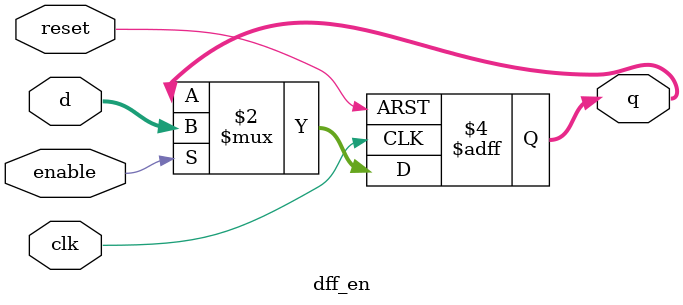
<source format=sv>

module dff_en
    #(parameter WIDTH=32)
    (input logic clk, enable, reset,
    input logic [WIDTH-1:0] d,
    output logic [WIDTH-1:0] q);

    // parameter WIDTH_1 = WIDTH-1;
    always_ff @(posedge clk, posedge reset)
        begin
            if (reset) q <= 32'h0000_0000;
            else if(enable) q <= d;
        end
endmodule

</source>
